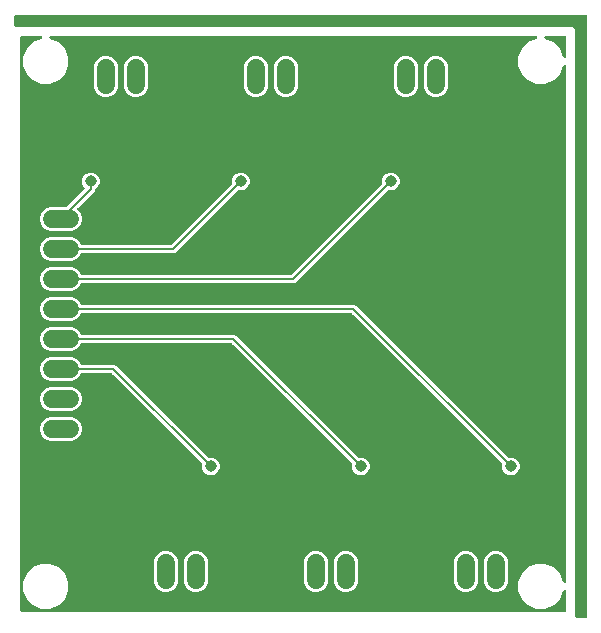
<source format=gbr>
G04 EAGLE Gerber X2 export*
%TF.Part,Single*%
%TF.FileFunction,Copper,L2,Bot,Mixed*%
%TF.FilePolarity,Positive*%
%TF.GenerationSoftware,Autodesk,EAGLE,9.1.0*%
%TF.CreationDate,2018-12-10T23:06:03Z*%
G75*
%MOMM*%
%FSLAX34Y34*%
%LPD*%
%AMOC8*
5,1,8,0,0,1.08239X$1,22.5*%
G01*
%ADD10C,1.500000*%
%ADD11C,0.203200*%
%ADD12C,0.975000*%

G36*
X477513Y16526D02*
X477513Y16526D01*
X477632Y16533D01*
X477670Y16546D01*
X477711Y16551D01*
X477821Y16594D01*
X477934Y16631D01*
X477969Y16653D01*
X478006Y16668D01*
X478102Y16737D01*
X478203Y16801D01*
X478231Y16831D01*
X478264Y16854D01*
X478340Y16946D01*
X478421Y17033D01*
X478441Y17068D01*
X478466Y17099D01*
X478517Y17207D01*
X478575Y17311D01*
X478585Y17351D01*
X478602Y17387D01*
X478624Y17504D01*
X478654Y17619D01*
X478658Y17679D01*
X478662Y17699D01*
X478660Y17720D01*
X478664Y17780D01*
X478664Y33756D01*
X478656Y33826D01*
X478657Y33895D01*
X478636Y33983D01*
X478624Y34072D01*
X478599Y34137D01*
X478582Y34205D01*
X478540Y34284D01*
X478507Y34368D01*
X478466Y34424D01*
X478434Y34486D01*
X478373Y34552D01*
X478321Y34625D01*
X478267Y34670D01*
X478220Y34721D01*
X478145Y34771D01*
X478076Y34828D01*
X478012Y34858D01*
X477954Y34896D01*
X477869Y34925D01*
X477788Y34963D01*
X477719Y34976D01*
X477653Y34999D01*
X477564Y35006D01*
X477476Y35023D01*
X477406Y35019D01*
X477336Y35024D01*
X477248Y35009D01*
X477158Y35003D01*
X477092Y34982D01*
X477023Y34970D01*
X476941Y34933D01*
X476856Y34905D01*
X476797Y34868D01*
X476733Y34839D01*
X476663Y34783D01*
X476587Y34735D01*
X476539Y34684D01*
X476485Y34641D01*
X476430Y34569D01*
X476369Y34504D01*
X476335Y34442D01*
X476293Y34387D01*
X476222Y34242D01*
X473350Y27309D01*
X467991Y21950D01*
X460989Y19049D01*
X453411Y19049D01*
X446409Y21950D01*
X441050Y27309D01*
X438149Y34311D01*
X438149Y41889D01*
X441050Y48891D01*
X446409Y54250D01*
X453411Y57151D01*
X460989Y57151D01*
X467991Y54250D01*
X473350Y48891D01*
X476222Y41958D01*
X476257Y41897D01*
X476283Y41832D01*
X476335Y41760D01*
X476380Y41682D01*
X476428Y41631D01*
X476469Y41575D01*
X476539Y41518D01*
X476601Y41453D01*
X476661Y41417D01*
X476714Y41372D01*
X476796Y41334D01*
X476872Y41287D01*
X476939Y41266D01*
X477002Y41237D01*
X477090Y41220D01*
X477176Y41193D01*
X477246Y41190D01*
X477315Y41177D01*
X477404Y41182D01*
X477494Y41178D01*
X477562Y41192D01*
X477632Y41197D01*
X477717Y41224D01*
X477805Y41242D01*
X477868Y41273D01*
X477934Y41295D01*
X478010Y41343D01*
X478091Y41382D01*
X478144Y41427D01*
X478203Y41465D01*
X478265Y41530D01*
X478333Y41589D01*
X478373Y41646D01*
X478421Y41696D01*
X478464Y41775D01*
X478516Y41849D01*
X478541Y41914D01*
X478575Y41975D01*
X478597Y42062D01*
X478629Y42146D01*
X478637Y42215D01*
X478654Y42283D01*
X478664Y42444D01*
X478664Y478256D01*
X478656Y478326D01*
X478657Y478395D01*
X478636Y478483D01*
X478624Y478572D01*
X478599Y478637D01*
X478582Y478705D01*
X478540Y478784D01*
X478507Y478868D01*
X478466Y478924D01*
X478434Y478986D01*
X478373Y479052D01*
X478321Y479125D01*
X478267Y479170D01*
X478220Y479221D01*
X478145Y479271D01*
X478076Y479328D01*
X478012Y479358D01*
X477954Y479396D01*
X477869Y479425D01*
X477788Y479463D01*
X477719Y479476D01*
X477653Y479499D01*
X477564Y479506D01*
X477476Y479523D01*
X477406Y479519D01*
X477336Y479524D01*
X477248Y479509D01*
X477158Y479503D01*
X477092Y479482D01*
X477023Y479470D01*
X476941Y479433D01*
X476856Y479405D01*
X476797Y479368D01*
X476733Y479339D01*
X476663Y479283D01*
X476587Y479235D01*
X476539Y479184D01*
X476485Y479141D01*
X476430Y479069D01*
X476369Y479004D01*
X476335Y478942D01*
X476293Y478887D01*
X476222Y478742D01*
X473350Y471809D01*
X467991Y466450D01*
X460989Y463549D01*
X453411Y463549D01*
X446409Y466450D01*
X441050Y471809D01*
X438149Y478811D01*
X438149Y486389D01*
X441050Y493391D01*
X446409Y498750D01*
X453403Y501647D01*
X453463Y501682D01*
X453528Y501708D01*
X453601Y501760D01*
X453679Y501805D01*
X453729Y501853D01*
X453785Y501894D01*
X453843Y501964D01*
X453907Y502026D01*
X453944Y502086D01*
X453988Y502139D01*
X454027Y502221D01*
X454073Y502297D01*
X454094Y502364D01*
X454124Y502427D01*
X454141Y502515D01*
X454167Y502601D01*
X454170Y502671D01*
X454184Y502740D01*
X454178Y502829D01*
X454182Y502919D01*
X454168Y502987D01*
X454164Y503057D01*
X454136Y503142D01*
X454118Y503230D01*
X454087Y503293D01*
X454066Y503359D01*
X454018Y503435D01*
X453978Y503516D01*
X453933Y503569D01*
X453896Y503628D01*
X453830Y503690D01*
X453772Y503758D01*
X453715Y503798D01*
X453664Y503846D01*
X453585Y503889D01*
X453512Y503941D01*
X453446Y503966D01*
X453385Y504000D01*
X453299Y504022D01*
X453214Y504054D01*
X453145Y504062D01*
X453078Y504079D01*
X452917Y504089D01*
X42383Y504089D01*
X42314Y504081D01*
X42244Y504082D01*
X42157Y504061D01*
X42068Y504049D01*
X42003Y504024D01*
X41935Y504007D01*
X41855Y503965D01*
X41772Y503932D01*
X41715Y503891D01*
X41654Y503859D01*
X41587Y503798D01*
X41515Y503746D01*
X41470Y503692D01*
X41418Y503645D01*
X41369Y503570D01*
X41312Y503501D01*
X41282Y503437D01*
X41244Y503379D01*
X41214Y503294D01*
X41176Y503213D01*
X41163Y503144D01*
X41140Y503078D01*
X41133Y502989D01*
X41116Y502901D01*
X41121Y502831D01*
X41115Y502761D01*
X41131Y502673D01*
X41136Y502583D01*
X41158Y502517D01*
X41170Y502448D01*
X41207Y502366D01*
X41234Y502281D01*
X41272Y502222D01*
X41300Y502158D01*
X41356Y502088D01*
X41404Y502012D01*
X41455Y501964D01*
X41499Y501910D01*
X41571Y501855D01*
X41636Y501794D01*
X41697Y501760D01*
X41753Y501718D01*
X41897Y501647D01*
X48891Y498750D01*
X54250Y493391D01*
X57151Y486389D01*
X57151Y478811D01*
X54250Y471809D01*
X48891Y466450D01*
X41889Y463549D01*
X34311Y463549D01*
X27309Y466450D01*
X21950Y471809D01*
X19049Y478811D01*
X19049Y486389D01*
X21950Y493391D01*
X27309Y498750D01*
X34303Y501647D01*
X34363Y501682D01*
X34428Y501708D01*
X34501Y501760D01*
X34579Y501805D01*
X34629Y501853D01*
X34685Y501894D01*
X34743Y501964D01*
X34807Y502026D01*
X34844Y502086D01*
X34888Y502139D01*
X34927Y502221D01*
X34973Y502297D01*
X34994Y502364D01*
X35024Y502427D01*
X35041Y502515D01*
X35067Y502601D01*
X35070Y502671D01*
X35084Y502740D01*
X35078Y502829D01*
X35082Y502919D01*
X35068Y502987D01*
X35064Y503057D01*
X35036Y503142D01*
X35018Y503230D01*
X34987Y503293D01*
X34966Y503359D01*
X34918Y503435D01*
X34878Y503516D01*
X34833Y503569D01*
X34796Y503628D01*
X34730Y503690D01*
X34672Y503758D01*
X34615Y503798D01*
X34564Y503846D01*
X34485Y503889D01*
X34412Y503941D01*
X34346Y503966D01*
X34285Y504000D01*
X34199Y504022D01*
X34114Y504054D01*
X34045Y504062D01*
X33978Y504079D01*
X33817Y504089D01*
X17780Y504089D01*
X17662Y504074D01*
X17543Y504067D01*
X17505Y504054D01*
X17464Y504049D01*
X17354Y504006D01*
X17241Y503969D01*
X17206Y503947D01*
X17169Y503932D01*
X17073Y503863D01*
X16972Y503799D01*
X16944Y503769D01*
X16911Y503746D01*
X16835Y503654D01*
X16754Y503567D01*
X16734Y503532D01*
X16709Y503501D01*
X16658Y503393D01*
X16600Y503289D01*
X16590Y503249D01*
X16573Y503213D01*
X16551Y503096D01*
X16521Y502981D01*
X16517Y502921D01*
X16513Y502901D01*
X16515Y502880D01*
X16511Y502820D01*
X16511Y17780D01*
X16526Y17662D01*
X16533Y17543D01*
X16546Y17505D01*
X16551Y17464D01*
X16594Y17354D01*
X16631Y17241D01*
X16653Y17206D01*
X16668Y17169D01*
X16737Y17073D01*
X16801Y16972D01*
X16831Y16944D01*
X16854Y16911D01*
X16946Y16835D01*
X17033Y16754D01*
X17068Y16734D01*
X17099Y16709D01*
X17207Y16658D01*
X17311Y16600D01*
X17351Y16590D01*
X17387Y16573D01*
X17504Y16551D01*
X17619Y16521D01*
X17679Y16517D01*
X17699Y16513D01*
X17720Y16515D01*
X17780Y16511D01*
X477395Y16511D01*
X477513Y16526D01*
G37*
G36*
X495418Y11446D02*
X495418Y11446D01*
X495537Y11453D01*
X495575Y11466D01*
X495616Y11471D01*
X495726Y11514D01*
X495839Y11551D01*
X495874Y11573D01*
X495911Y11588D01*
X496007Y11658D01*
X496108Y11721D01*
X496136Y11751D01*
X496169Y11774D01*
X496245Y11866D01*
X496326Y11953D01*
X496346Y11988D01*
X496371Y12019D01*
X496422Y12127D01*
X496480Y12231D01*
X496490Y12271D01*
X496507Y12307D01*
X496529Y12424D01*
X496559Y12539D01*
X496563Y12600D01*
X496567Y12620D01*
X496565Y12640D01*
X496569Y12700D01*
X496569Y520700D01*
X496554Y520818D01*
X496547Y520937D01*
X496534Y520975D01*
X496529Y521016D01*
X496486Y521126D01*
X496449Y521239D01*
X496427Y521274D01*
X496412Y521311D01*
X496343Y521407D01*
X496279Y521508D01*
X496249Y521536D01*
X496226Y521569D01*
X496134Y521645D01*
X496047Y521726D01*
X496012Y521746D01*
X495981Y521771D01*
X495873Y521822D01*
X495769Y521880D01*
X495729Y521890D01*
X495693Y521907D01*
X495576Y521929D01*
X495461Y521959D01*
X495401Y521963D01*
X495381Y521967D01*
X495360Y521965D01*
X495300Y521969D01*
X12700Y521969D01*
X12582Y521954D01*
X12463Y521947D01*
X12425Y521934D01*
X12384Y521929D01*
X12274Y521886D01*
X12161Y521849D01*
X12126Y521827D01*
X12089Y521812D01*
X11993Y521743D01*
X11892Y521679D01*
X11864Y521649D01*
X11831Y521626D01*
X11756Y521534D01*
X11674Y521447D01*
X11654Y521412D01*
X11629Y521381D01*
X11578Y521273D01*
X11520Y521169D01*
X11510Y521129D01*
X11493Y521093D01*
X11471Y520976D01*
X11441Y520861D01*
X11437Y520801D01*
X11433Y520781D01*
X11435Y520760D01*
X11431Y520700D01*
X11431Y512980D01*
X11446Y512862D01*
X11453Y512743D01*
X11466Y512705D01*
X11471Y512664D01*
X11514Y512554D01*
X11551Y512441D01*
X11573Y512406D01*
X11588Y512369D01*
X11658Y512273D01*
X11721Y512172D01*
X11751Y512144D01*
X11774Y512111D01*
X11866Y512035D01*
X11953Y511954D01*
X11988Y511934D01*
X12019Y511909D01*
X12127Y511858D01*
X12231Y511800D01*
X12271Y511790D01*
X12307Y511773D01*
X12424Y511751D01*
X12539Y511721D01*
X12600Y511717D01*
X12620Y511713D01*
X12640Y511715D01*
X12700Y511711D01*
X484053Y511711D01*
X486286Y509478D01*
X486286Y12700D01*
X486301Y12582D01*
X486308Y12463D01*
X486321Y12425D01*
X486326Y12384D01*
X486369Y12274D01*
X486406Y12161D01*
X486428Y12126D01*
X486443Y12089D01*
X486512Y11993D01*
X486576Y11892D01*
X486606Y11864D01*
X486629Y11831D01*
X486721Y11756D01*
X486808Y11674D01*
X486843Y11654D01*
X486874Y11629D01*
X486982Y11578D01*
X487086Y11520D01*
X487126Y11510D01*
X487162Y11493D01*
X487279Y11471D01*
X487394Y11441D01*
X487454Y11437D01*
X487474Y11433D01*
X487495Y11435D01*
X487555Y11431D01*
X495300Y11431D01*
X495418Y11446D01*
G37*
%LPC*%
G36*
X430325Y132284D02*
X430325Y132284D01*
X427599Y133413D01*
X425513Y135499D01*
X424384Y138225D01*
X424384Y141247D01*
X424410Y141342D01*
X424411Y141372D01*
X424417Y141401D01*
X424413Y141531D01*
X424415Y141660D01*
X424409Y141689D01*
X424408Y141718D01*
X424372Y141843D01*
X424341Y141969D01*
X424327Y141996D01*
X424319Y142024D01*
X424253Y142136D01*
X424193Y142250D01*
X424173Y142272D01*
X424158Y142298D01*
X424051Y142419D01*
X297349Y269122D01*
X297270Y269182D01*
X297198Y269250D01*
X297145Y269279D01*
X297097Y269316D01*
X297006Y269356D01*
X296920Y269404D01*
X296861Y269419D01*
X296805Y269443D01*
X296707Y269458D01*
X296612Y269483D01*
X296512Y269489D01*
X296491Y269493D01*
X296479Y269491D01*
X296451Y269493D01*
X68543Y269493D01*
X68513Y269490D01*
X68484Y269492D01*
X68356Y269470D01*
X68227Y269453D01*
X68200Y269443D01*
X68171Y269438D01*
X68052Y269384D01*
X67932Y269336D01*
X67908Y269319D01*
X67881Y269307D01*
X67779Y269226D01*
X67674Y269150D01*
X67655Y269127D01*
X67632Y269108D01*
X67554Y269005D01*
X67471Y268905D01*
X67459Y268878D01*
X67441Y268854D01*
X67370Y268710D01*
X66812Y267362D01*
X63988Y264538D01*
X60297Y263009D01*
X41303Y263009D01*
X37612Y264538D01*
X34788Y267362D01*
X33259Y271053D01*
X33259Y275047D01*
X34788Y278738D01*
X37612Y281562D01*
X41303Y283091D01*
X60297Y283091D01*
X63988Y281562D01*
X66812Y278738D01*
X67370Y277390D01*
X67385Y277365D01*
X67394Y277337D01*
X67463Y277227D01*
X67528Y277114D01*
X67548Y277093D01*
X67564Y277068D01*
X67659Y276979D01*
X67749Y276886D01*
X67774Y276870D01*
X67796Y276850D01*
X67910Y276787D01*
X68020Y276719D01*
X68048Y276711D01*
X68074Y276696D01*
X68200Y276664D01*
X68324Y276626D01*
X68354Y276624D01*
X68382Y276617D01*
X68543Y276607D01*
X299923Y276607D01*
X429081Y147449D01*
X429105Y147430D01*
X429124Y147408D01*
X429230Y147334D01*
X429333Y147254D01*
X429360Y147242D01*
X429384Y147225D01*
X429505Y147179D01*
X429624Y147127D01*
X429654Y147123D01*
X429681Y147112D01*
X429810Y147098D01*
X429938Y147078D01*
X429968Y147080D01*
X429997Y147077D01*
X430126Y147095D01*
X430255Y147107D01*
X430278Y147116D01*
X433275Y147116D01*
X436001Y145987D01*
X438087Y143901D01*
X439216Y141175D01*
X439216Y138225D01*
X438087Y135499D01*
X436001Y133413D01*
X433275Y132284D01*
X430325Y132284D01*
G37*
%LPD*%
%LPC*%
G36*
X41303Y288409D02*
X41303Y288409D01*
X37612Y289938D01*
X34788Y292762D01*
X33259Y296453D01*
X33259Y300447D01*
X34788Y304138D01*
X37612Y306962D01*
X41303Y308491D01*
X60297Y308491D01*
X63988Y306962D01*
X66812Y304138D01*
X67370Y302790D01*
X67385Y302765D01*
X67394Y302737D01*
X67463Y302627D01*
X67528Y302514D01*
X67548Y302493D01*
X67564Y302468D01*
X67659Y302379D01*
X67749Y302286D01*
X67774Y302270D01*
X67796Y302250D01*
X67909Y302187D01*
X68020Y302119D01*
X68048Y302111D01*
X68074Y302096D01*
X68200Y302064D01*
X68324Y302026D01*
X68354Y302024D01*
X68382Y302017D01*
X68543Y302007D01*
X245651Y302007D01*
X245749Y302019D01*
X245848Y302022D01*
X245906Y302039D01*
X245967Y302047D01*
X246059Y302083D01*
X246154Y302111D01*
X246206Y302141D01*
X246262Y302164D01*
X246342Y302222D01*
X246428Y302272D01*
X246503Y302338D01*
X246520Y302350D01*
X246527Y302360D01*
X246549Y302378D01*
X322451Y378281D01*
X322470Y378305D01*
X322492Y378324D01*
X322566Y378430D01*
X322646Y378533D01*
X322658Y378560D01*
X322675Y378584D01*
X322721Y378705D01*
X322773Y378824D01*
X322777Y378854D01*
X322788Y378881D01*
X322802Y379010D01*
X322822Y379138D01*
X322820Y379168D01*
X322823Y379197D01*
X322805Y379326D01*
X322793Y379455D01*
X322784Y379478D01*
X322784Y382475D01*
X323913Y385201D01*
X325999Y387287D01*
X328725Y388416D01*
X331675Y388416D01*
X334401Y387287D01*
X336487Y385201D01*
X337616Y382475D01*
X337616Y379525D01*
X336487Y376799D01*
X334401Y374713D01*
X331675Y373584D01*
X328653Y373584D01*
X328558Y373610D01*
X328528Y373611D01*
X328499Y373617D01*
X328369Y373613D01*
X328240Y373615D01*
X328211Y373609D01*
X328182Y373608D01*
X328057Y373572D01*
X327931Y373541D01*
X327904Y373527D01*
X327876Y373519D01*
X327764Y373453D01*
X327650Y373393D01*
X327628Y373373D01*
X327602Y373358D01*
X327481Y373251D01*
X249123Y294893D01*
X68543Y294893D01*
X68514Y294890D01*
X68484Y294892D01*
X68356Y294870D01*
X68227Y294853D01*
X68200Y294843D01*
X68171Y294838D01*
X68052Y294784D01*
X67932Y294736D01*
X67908Y294719D01*
X67881Y294707D01*
X67780Y294626D01*
X67674Y294550D01*
X67655Y294527D01*
X67632Y294508D01*
X67554Y294405D01*
X67471Y294305D01*
X67459Y294278D01*
X67441Y294254D01*
X67370Y294110D01*
X66812Y292762D01*
X63988Y289938D01*
X60297Y288409D01*
X41303Y288409D01*
G37*
%LPD*%
%LPC*%
G36*
X303325Y132284D02*
X303325Y132284D01*
X300599Y133413D01*
X298513Y135499D01*
X297384Y138225D01*
X297384Y141247D01*
X297410Y141342D01*
X297411Y141372D01*
X297417Y141401D01*
X297413Y141531D01*
X297415Y141660D01*
X297409Y141689D01*
X297408Y141718D01*
X297372Y141843D01*
X297341Y141969D01*
X297327Y141996D01*
X297319Y142024D01*
X297253Y142136D01*
X297193Y142250D01*
X297173Y142272D01*
X297158Y142298D01*
X297051Y142419D01*
X195749Y243722D01*
X195670Y243782D01*
X195598Y243850D01*
X195545Y243879D01*
X195497Y243916D01*
X195406Y243956D01*
X195320Y244004D01*
X195261Y244019D01*
X195205Y244043D01*
X195107Y244058D01*
X195012Y244083D01*
X194912Y244089D01*
X194891Y244093D01*
X194879Y244091D01*
X194851Y244093D01*
X68543Y244093D01*
X68513Y244090D01*
X68484Y244092D01*
X68356Y244070D01*
X68227Y244053D01*
X68200Y244043D01*
X68171Y244038D01*
X68052Y243984D01*
X67932Y243936D01*
X67908Y243919D01*
X67881Y243907D01*
X67779Y243826D01*
X67674Y243750D01*
X67655Y243727D01*
X67632Y243708D01*
X67554Y243605D01*
X67471Y243505D01*
X67459Y243478D01*
X67441Y243454D01*
X67370Y243310D01*
X66812Y241962D01*
X63988Y239138D01*
X60297Y237609D01*
X41303Y237609D01*
X37612Y239138D01*
X34788Y241962D01*
X33259Y245653D01*
X33259Y249647D01*
X34788Y253338D01*
X37612Y256162D01*
X41303Y257691D01*
X60297Y257691D01*
X63988Y256162D01*
X66812Y253338D01*
X67370Y251990D01*
X67385Y251965D01*
X67394Y251937D01*
X67463Y251827D01*
X67528Y251714D01*
X67548Y251693D01*
X67564Y251668D01*
X67659Y251579D01*
X67749Y251486D01*
X67774Y251470D01*
X67796Y251450D01*
X67910Y251387D01*
X68020Y251319D01*
X68048Y251311D01*
X68074Y251296D01*
X68200Y251264D01*
X68324Y251226D01*
X68354Y251224D01*
X68382Y251217D01*
X68543Y251207D01*
X198323Y251207D01*
X302081Y147449D01*
X302105Y147430D01*
X302124Y147408D01*
X302230Y147334D01*
X302333Y147254D01*
X302360Y147242D01*
X302384Y147225D01*
X302505Y147179D01*
X302624Y147127D01*
X302654Y147123D01*
X302681Y147112D01*
X302810Y147098D01*
X302938Y147078D01*
X302968Y147080D01*
X302997Y147077D01*
X303126Y147095D01*
X303255Y147107D01*
X303278Y147116D01*
X306275Y147116D01*
X309001Y145987D01*
X311087Y143901D01*
X312216Y141175D01*
X312216Y138225D01*
X311087Y135499D01*
X309001Y133413D01*
X306275Y132284D01*
X303325Y132284D01*
G37*
%LPD*%
%LPC*%
G36*
X41303Y313809D02*
X41303Y313809D01*
X37612Y315338D01*
X34788Y318162D01*
X33259Y321853D01*
X33259Y325847D01*
X34788Y329538D01*
X37612Y332362D01*
X41303Y333891D01*
X60297Y333891D01*
X63988Y332362D01*
X66812Y329538D01*
X67370Y328190D01*
X67385Y328165D01*
X67394Y328137D01*
X67463Y328027D01*
X67528Y327914D01*
X67548Y327893D01*
X67564Y327868D01*
X67659Y327779D01*
X67749Y327686D01*
X67774Y327670D01*
X67796Y327650D01*
X67910Y327587D01*
X68020Y327519D01*
X68048Y327511D01*
X68074Y327496D01*
X68200Y327464D01*
X68324Y327426D01*
X68354Y327424D01*
X68382Y327417D01*
X68543Y327407D01*
X144051Y327407D01*
X144149Y327419D01*
X144248Y327422D01*
X144306Y327439D01*
X144367Y327447D01*
X144459Y327483D01*
X144554Y327511D01*
X144606Y327541D01*
X144662Y327564D01*
X144742Y327622D01*
X144828Y327672D01*
X144903Y327738D01*
X144920Y327750D01*
X144927Y327760D01*
X144949Y327778D01*
X195451Y378281D01*
X195470Y378305D01*
X195492Y378324D01*
X195566Y378430D01*
X195646Y378533D01*
X195658Y378560D01*
X195675Y378584D01*
X195721Y378705D01*
X195773Y378824D01*
X195777Y378854D01*
X195788Y378881D01*
X195802Y379010D01*
X195822Y379138D01*
X195820Y379168D01*
X195823Y379197D01*
X195805Y379326D01*
X195793Y379455D01*
X195784Y379478D01*
X195784Y382475D01*
X196913Y385201D01*
X198999Y387287D01*
X201725Y388416D01*
X204675Y388416D01*
X207401Y387287D01*
X209487Y385201D01*
X210616Y382475D01*
X210616Y379525D01*
X209487Y376799D01*
X207401Y374713D01*
X204675Y373584D01*
X201653Y373584D01*
X201558Y373610D01*
X201528Y373611D01*
X201499Y373617D01*
X201369Y373613D01*
X201240Y373615D01*
X201211Y373609D01*
X201182Y373608D01*
X201057Y373572D01*
X200931Y373541D01*
X200904Y373527D01*
X200876Y373519D01*
X200764Y373453D01*
X200650Y373393D01*
X200628Y373373D01*
X200602Y373358D01*
X200481Y373251D01*
X147523Y320293D01*
X68543Y320293D01*
X68513Y320290D01*
X68484Y320292D01*
X68356Y320270D01*
X68227Y320253D01*
X68200Y320243D01*
X68171Y320238D01*
X68052Y320184D01*
X67932Y320136D01*
X67908Y320119D01*
X67881Y320107D01*
X67779Y320026D01*
X67674Y319950D01*
X67655Y319927D01*
X67632Y319908D01*
X67554Y319805D01*
X67471Y319705D01*
X67459Y319678D01*
X67441Y319654D01*
X67370Y319510D01*
X66812Y318162D01*
X63988Y315338D01*
X60297Y313809D01*
X41303Y313809D01*
G37*
%LPD*%
%LPC*%
G36*
X176325Y132284D02*
X176325Y132284D01*
X173599Y133413D01*
X171513Y135499D01*
X170384Y138225D01*
X170384Y141247D01*
X170410Y141342D01*
X170411Y141372D01*
X170417Y141401D01*
X170413Y141531D01*
X170415Y141660D01*
X170409Y141689D01*
X170408Y141718D01*
X170372Y141843D01*
X170341Y141969D01*
X170327Y141996D01*
X170319Y142024D01*
X170253Y142136D01*
X170193Y142250D01*
X170173Y142272D01*
X170158Y142298D01*
X170051Y142419D01*
X94149Y218322D01*
X94070Y218382D01*
X93998Y218450D01*
X93945Y218479D01*
X93897Y218516D01*
X93806Y218556D01*
X93720Y218604D01*
X93661Y218619D01*
X93605Y218643D01*
X93507Y218658D01*
X93412Y218683D01*
X93312Y218689D01*
X93291Y218693D01*
X93279Y218691D01*
X93251Y218693D01*
X68543Y218693D01*
X68513Y218690D01*
X68484Y218692D01*
X68356Y218670D01*
X68227Y218653D01*
X68200Y218643D01*
X68171Y218638D01*
X68052Y218584D01*
X67932Y218536D01*
X67908Y218519D01*
X67881Y218507D01*
X67779Y218426D01*
X67674Y218350D01*
X67655Y218327D01*
X67632Y218308D01*
X67554Y218205D01*
X67471Y218105D01*
X67459Y218078D01*
X67441Y218054D01*
X67370Y217910D01*
X66812Y216562D01*
X63988Y213738D01*
X60297Y212209D01*
X41303Y212209D01*
X37612Y213738D01*
X34788Y216562D01*
X33259Y220253D01*
X33259Y224247D01*
X34788Y227938D01*
X37612Y230762D01*
X41303Y232291D01*
X60297Y232291D01*
X63988Y230762D01*
X66812Y227938D01*
X67370Y226590D01*
X67385Y226565D01*
X67394Y226537D01*
X67463Y226427D01*
X67528Y226314D01*
X67548Y226293D01*
X67564Y226268D01*
X67659Y226179D01*
X67749Y226086D01*
X67774Y226070D01*
X67796Y226050D01*
X67910Y225987D01*
X68020Y225919D01*
X68048Y225911D01*
X68074Y225896D01*
X68200Y225864D01*
X68324Y225826D01*
X68354Y225824D01*
X68382Y225817D01*
X68543Y225807D01*
X96723Y225807D01*
X175081Y147449D01*
X175105Y147430D01*
X175124Y147408D01*
X175230Y147334D01*
X175333Y147254D01*
X175360Y147242D01*
X175384Y147225D01*
X175505Y147179D01*
X175624Y147127D01*
X175654Y147123D01*
X175681Y147112D01*
X175810Y147098D01*
X175938Y147078D01*
X175968Y147080D01*
X175997Y147077D01*
X176126Y147095D01*
X176255Y147107D01*
X176278Y147116D01*
X179275Y147116D01*
X182001Y145987D01*
X184087Y143901D01*
X185216Y141175D01*
X185216Y138225D01*
X184087Y135499D01*
X182001Y133413D01*
X179275Y132284D01*
X176325Y132284D01*
G37*
%LPD*%
%LPC*%
G36*
X34311Y19049D02*
X34311Y19049D01*
X27309Y21950D01*
X21950Y27309D01*
X19049Y34311D01*
X19049Y41889D01*
X21950Y48891D01*
X27309Y54250D01*
X34311Y57151D01*
X41889Y57151D01*
X48891Y54250D01*
X54250Y48891D01*
X57151Y41889D01*
X57151Y34311D01*
X54250Y27309D01*
X48891Y21950D01*
X41889Y19049D01*
X34311Y19049D01*
G37*
%LPD*%
%LPC*%
G36*
X41303Y339209D02*
X41303Y339209D01*
X37612Y340738D01*
X34788Y343562D01*
X33259Y347253D01*
X33259Y351247D01*
X34788Y354938D01*
X37612Y357762D01*
X41303Y359291D01*
X55285Y359291D01*
X55383Y359303D01*
X55482Y359306D01*
X55540Y359323D01*
X55601Y359331D01*
X55693Y359367D01*
X55788Y359395D01*
X55840Y359425D01*
X55896Y359448D01*
X55976Y359506D01*
X56062Y359556D01*
X56137Y359622D01*
X56154Y359634D01*
X56161Y359644D01*
X56183Y359662D01*
X70719Y374199D01*
X70792Y374293D01*
X70871Y374382D01*
X70889Y374418D01*
X70914Y374450D01*
X70961Y374560D01*
X71015Y374665D01*
X71024Y374705D01*
X71040Y374742D01*
X71059Y374860D01*
X71085Y374976D01*
X71084Y375016D01*
X71090Y375056D01*
X71079Y375175D01*
X71075Y375294D01*
X71064Y375332D01*
X71060Y375373D01*
X71020Y375485D01*
X70987Y375599D01*
X70966Y375634D01*
X70953Y375672D01*
X70886Y375770D01*
X70825Y375873D01*
X70785Y375918D01*
X70774Y375935D01*
X70759Y375949D01*
X70719Y375994D01*
X69913Y376799D01*
X68784Y379525D01*
X68784Y382475D01*
X69913Y385201D01*
X71999Y387287D01*
X74725Y388416D01*
X77675Y388416D01*
X80401Y387287D01*
X82487Y385201D01*
X83616Y382475D01*
X83616Y379525D01*
X82487Y376799D01*
X80350Y374663D01*
X80264Y374614D01*
X80243Y374593D01*
X80218Y374577D01*
X80129Y374483D01*
X80036Y374392D01*
X80020Y374367D01*
X80000Y374346D01*
X79937Y374232D01*
X79869Y374121D01*
X79861Y374093D01*
X79846Y374067D01*
X79814Y373941D01*
X79776Y373817D01*
X79774Y373788D01*
X79767Y373759D01*
X79757Y373598D01*
X79757Y373177D01*
X77301Y370722D01*
X65062Y358482D01*
X64989Y358388D01*
X64911Y358299D01*
X64892Y358263D01*
X64867Y358231D01*
X64820Y358122D01*
X64766Y358016D01*
X64757Y357976D01*
X64741Y357939D01*
X64722Y357821D01*
X64696Y357706D01*
X64698Y357665D01*
X64691Y357625D01*
X64702Y357507D01*
X64706Y357388D01*
X64717Y357349D01*
X64721Y357309D01*
X64761Y357196D01*
X64794Y357082D01*
X64815Y357047D01*
X64829Y357009D01*
X64896Y356911D01*
X64956Y356808D01*
X64996Y356763D01*
X65007Y356746D01*
X65022Y356733D01*
X65062Y356687D01*
X66812Y354938D01*
X68341Y351247D01*
X68341Y347253D01*
X66812Y343562D01*
X63988Y340738D01*
X60297Y339209D01*
X41303Y339209D01*
G37*
%LPD*%
%LPC*%
G36*
X366303Y452359D02*
X366303Y452359D01*
X362612Y453888D01*
X359788Y456712D01*
X358259Y460403D01*
X358259Y479397D01*
X359788Y483088D01*
X362612Y485912D01*
X366303Y487441D01*
X370297Y487441D01*
X373988Y485912D01*
X376812Y483088D01*
X378341Y479397D01*
X378341Y460403D01*
X376812Y456712D01*
X373988Y453888D01*
X370297Y452359D01*
X366303Y452359D01*
G37*
%LPD*%
%LPC*%
G36*
X340903Y452359D02*
X340903Y452359D01*
X337212Y453888D01*
X334388Y456712D01*
X332859Y460403D01*
X332859Y479397D01*
X334388Y483088D01*
X337212Y485912D01*
X340903Y487441D01*
X344897Y487441D01*
X348588Y485912D01*
X351412Y483088D01*
X352941Y479397D01*
X352941Y460403D01*
X351412Y456712D01*
X348588Y453888D01*
X344897Y452359D01*
X340903Y452359D01*
G37*
%LPD*%
%LPC*%
G36*
X239303Y452359D02*
X239303Y452359D01*
X235612Y453888D01*
X232788Y456712D01*
X231259Y460403D01*
X231259Y479397D01*
X232788Y483088D01*
X235612Y485912D01*
X239303Y487441D01*
X243297Y487441D01*
X246988Y485912D01*
X249812Y483088D01*
X251341Y479397D01*
X251341Y460403D01*
X249812Y456712D01*
X246988Y453888D01*
X243297Y452359D01*
X239303Y452359D01*
G37*
%LPD*%
%LPC*%
G36*
X213903Y452359D02*
X213903Y452359D01*
X210212Y453888D01*
X207388Y456712D01*
X205859Y460403D01*
X205859Y479397D01*
X207388Y483088D01*
X210212Y485912D01*
X213903Y487441D01*
X217897Y487441D01*
X221588Y485912D01*
X224412Y483088D01*
X225941Y479397D01*
X225941Y460403D01*
X224412Y456712D01*
X221588Y453888D01*
X217897Y452359D01*
X213903Y452359D01*
G37*
%LPD*%
%LPC*%
G36*
X112303Y452359D02*
X112303Y452359D01*
X108612Y453888D01*
X105788Y456712D01*
X104259Y460403D01*
X104259Y479397D01*
X105788Y483088D01*
X108612Y485912D01*
X112303Y487441D01*
X116297Y487441D01*
X119988Y485912D01*
X122812Y483088D01*
X124341Y479397D01*
X124341Y460403D01*
X122812Y456712D01*
X119988Y453888D01*
X116297Y452359D01*
X112303Y452359D01*
G37*
%LPD*%
%LPC*%
G36*
X86903Y452359D02*
X86903Y452359D01*
X83212Y453888D01*
X80388Y456712D01*
X78859Y460403D01*
X78859Y479397D01*
X80388Y483088D01*
X83212Y485912D01*
X86903Y487441D01*
X90897Y487441D01*
X94588Y485912D01*
X97412Y483088D01*
X98941Y479397D01*
X98941Y460403D01*
X97412Y456712D01*
X94588Y453888D01*
X90897Y452359D01*
X86903Y452359D01*
G37*
%LPD*%
%LPC*%
G36*
X41303Y186809D02*
X41303Y186809D01*
X37612Y188338D01*
X34788Y191162D01*
X33259Y194853D01*
X33259Y198847D01*
X34788Y202538D01*
X37612Y205362D01*
X41303Y206891D01*
X60297Y206891D01*
X63988Y205362D01*
X66812Y202538D01*
X68341Y198847D01*
X68341Y194853D01*
X66812Y191162D01*
X63988Y188338D01*
X60297Y186809D01*
X41303Y186809D01*
G37*
%LPD*%
%LPC*%
G36*
X41303Y161409D02*
X41303Y161409D01*
X37612Y162938D01*
X34788Y165762D01*
X33259Y169453D01*
X33259Y173447D01*
X34788Y177138D01*
X37612Y179962D01*
X41303Y181491D01*
X60297Y181491D01*
X63988Y179962D01*
X66812Y177138D01*
X68341Y173447D01*
X68341Y169453D01*
X66812Y165762D01*
X63988Y162938D01*
X60297Y161409D01*
X41303Y161409D01*
G37*
%LPD*%
%LPC*%
G36*
X417103Y33259D02*
X417103Y33259D01*
X413412Y34788D01*
X410588Y37612D01*
X409059Y41303D01*
X409059Y60297D01*
X410588Y63988D01*
X413412Y66812D01*
X417103Y68341D01*
X421097Y68341D01*
X424788Y66812D01*
X427612Y63988D01*
X429141Y60297D01*
X429141Y41303D01*
X427612Y37612D01*
X424788Y34788D01*
X421097Y33259D01*
X417103Y33259D01*
G37*
%LPD*%
%LPC*%
G36*
X391703Y33259D02*
X391703Y33259D01*
X388012Y34788D01*
X385188Y37612D01*
X383659Y41303D01*
X383659Y60297D01*
X385188Y63988D01*
X388012Y66812D01*
X391703Y68341D01*
X395697Y68341D01*
X399388Y66812D01*
X402212Y63988D01*
X403741Y60297D01*
X403741Y41303D01*
X402212Y37612D01*
X399388Y34788D01*
X395697Y33259D01*
X391703Y33259D01*
G37*
%LPD*%
%LPC*%
G36*
X290103Y33259D02*
X290103Y33259D01*
X286412Y34788D01*
X283588Y37612D01*
X282059Y41303D01*
X282059Y60297D01*
X283588Y63988D01*
X286412Y66812D01*
X290103Y68341D01*
X294097Y68341D01*
X297788Y66812D01*
X300612Y63988D01*
X302141Y60297D01*
X302141Y41303D01*
X300612Y37612D01*
X297788Y34788D01*
X294097Y33259D01*
X290103Y33259D01*
G37*
%LPD*%
%LPC*%
G36*
X264703Y33259D02*
X264703Y33259D01*
X261012Y34788D01*
X258188Y37612D01*
X256659Y41303D01*
X256659Y60297D01*
X258188Y63988D01*
X261012Y66812D01*
X264703Y68341D01*
X268697Y68341D01*
X272388Y66812D01*
X275212Y63988D01*
X276741Y60297D01*
X276741Y41303D01*
X275212Y37612D01*
X272388Y34788D01*
X268697Y33259D01*
X264703Y33259D01*
G37*
%LPD*%
%LPC*%
G36*
X163103Y33259D02*
X163103Y33259D01*
X159412Y34788D01*
X156588Y37612D01*
X155059Y41303D01*
X155059Y60297D01*
X156588Y63988D01*
X159412Y66812D01*
X163103Y68341D01*
X167097Y68341D01*
X170788Y66812D01*
X173612Y63988D01*
X175141Y60297D01*
X175141Y41303D01*
X173612Y37612D01*
X170788Y34788D01*
X167097Y33259D01*
X163103Y33259D01*
G37*
%LPD*%
%LPC*%
G36*
X137703Y33259D02*
X137703Y33259D01*
X134012Y34788D01*
X131188Y37612D01*
X129659Y41303D01*
X129659Y60297D01*
X131188Y63988D01*
X134012Y66812D01*
X137703Y68341D01*
X141697Y68341D01*
X145388Y66812D01*
X148212Y63988D01*
X149741Y60297D01*
X149741Y41303D01*
X148212Y37612D01*
X145388Y34788D01*
X141697Y33259D01*
X137703Y33259D01*
G37*
%LPD*%
G36*
X477404Y485682D02*
X477404Y485682D01*
X477494Y485678D01*
X477562Y485692D01*
X477632Y485697D01*
X477717Y485724D01*
X477805Y485742D01*
X477868Y485773D01*
X477934Y485795D01*
X478010Y485843D01*
X478091Y485882D01*
X478144Y485927D01*
X478203Y485965D01*
X478265Y486030D01*
X478333Y486089D01*
X478373Y486146D01*
X478421Y486196D01*
X478464Y486275D01*
X478516Y486349D01*
X478541Y486414D01*
X478575Y486475D01*
X478597Y486562D01*
X478629Y486646D01*
X478637Y486715D01*
X478654Y486783D01*
X478664Y486944D01*
X478664Y502820D01*
X478649Y502938D01*
X478642Y503057D01*
X478629Y503095D01*
X478624Y503136D01*
X478581Y503246D01*
X478544Y503359D01*
X478522Y503394D01*
X478507Y503431D01*
X478438Y503527D01*
X478374Y503628D01*
X478344Y503656D01*
X478321Y503689D01*
X478229Y503765D01*
X478142Y503846D01*
X478107Y503866D01*
X478076Y503891D01*
X477968Y503942D01*
X477864Y504000D01*
X477824Y504010D01*
X477788Y504027D01*
X477671Y504049D01*
X477556Y504079D01*
X477496Y504083D01*
X477476Y504087D01*
X477455Y504085D01*
X477395Y504089D01*
X461483Y504089D01*
X461414Y504081D01*
X461344Y504082D01*
X461257Y504061D01*
X461168Y504049D01*
X461103Y504024D01*
X461035Y504007D01*
X460955Y503965D01*
X460872Y503932D01*
X460815Y503891D01*
X460754Y503859D01*
X460687Y503798D01*
X460615Y503746D01*
X460570Y503692D01*
X460518Y503645D01*
X460469Y503570D01*
X460412Y503501D01*
X460382Y503437D01*
X460344Y503379D01*
X460314Y503294D01*
X460276Y503213D01*
X460263Y503144D01*
X460240Y503078D01*
X460233Y502989D01*
X460216Y502901D01*
X460221Y502831D01*
X460215Y502761D01*
X460231Y502673D01*
X460236Y502583D01*
X460258Y502517D01*
X460270Y502448D01*
X460307Y502366D01*
X460334Y502281D01*
X460372Y502222D01*
X460400Y502158D01*
X460456Y502088D01*
X460504Y502012D01*
X460555Y501964D01*
X460599Y501910D01*
X460671Y501855D01*
X460736Y501794D01*
X460797Y501760D01*
X460853Y501718D01*
X460997Y501647D01*
X467991Y498750D01*
X473350Y493391D01*
X476222Y486458D01*
X476257Y486397D01*
X476283Y486332D01*
X476335Y486260D01*
X476380Y486182D01*
X476428Y486131D01*
X476469Y486075D01*
X476539Y486018D01*
X476601Y485953D01*
X476661Y485917D01*
X476714Y485872D01*
X476796Y485834D01*
X476872Y485787D01*
X476939Y485766D01*
X477002Y485737D01*
X477090Y485720D01*
X477176Y485693D01*
X477246Y485690D01*
X477315Y485677D01*
X477404Y485682D01*
G37*
D10*
X139700Y43300D02*
X139700Y58300D01*
X165100Y58300D02*
X165100Y43300D01*
X58300Y349250D02*
X43300Y349250D01*
X43300Y323850D02*
X58300Y323850D01*
X58300Y298450D02*
X43300Y298450D01*
X43300Y273050D02*
X58300Y273050D01*
X58300Y247650D02*
X43300Y247650D01*
X43300Y222250D02*
X58300Y222250D01*
X58300Y196850D02*
X43300Y196850D01*
X43300Y171450D02*
X58300Y171450D01*
X266700Y58300D02*
X266700Y43300D01*
X292100Y43300D02*
X292100Y58300D01*
X393700Y58300D02*
X393700Y43300D01*
X419100Y43300D02*
X419100Y58300D01*
X368300Y462400D02*
X368300Y477400D01*
X342900Y477400D02*
X342900Y462400D01*
X241300Y462400D02*
X241300Y477400D01*
X215900Y477400D02*
X215900Y462400D01*
X114300Y462400D02*
X114300Y477400D01*
X88900Y477400D02*
X88900Y462400D01*
D11*
X95250Y222250D02*
X50800Y222250D01*
X95250Y222250D02*
X177800Y139700D01*
D12*
X177800Y139700D03*
X304800Y139700D03*
D11*
X196850Y247650D02*
X50800Y247650D01*
X196850Y247650D02*
X304800Y139700D01*
X298450Y273050D02*
X50800Y273050D01*
D12*
X431800Y139700D03*
D11*
X298450Y273050D01*
D12*
X330200Y381000D03*
D11*
X247650Y298450D02*
X50800Y298450D01*
X247650Y298450D02*
X330200Y381000D01*
D12*
X203200Y381000D03*
D11*
X146050Y323850D02*
X50800Y323850D01*
X146050Y323850D02*
X203200Y381000D01*
D12*
X76200Y381000D03*
D11*
X76200Y374650D02*
X50800Y349250D01*
X76200Y374650D02*
X76200Y381000D01*
M02*

</source>
